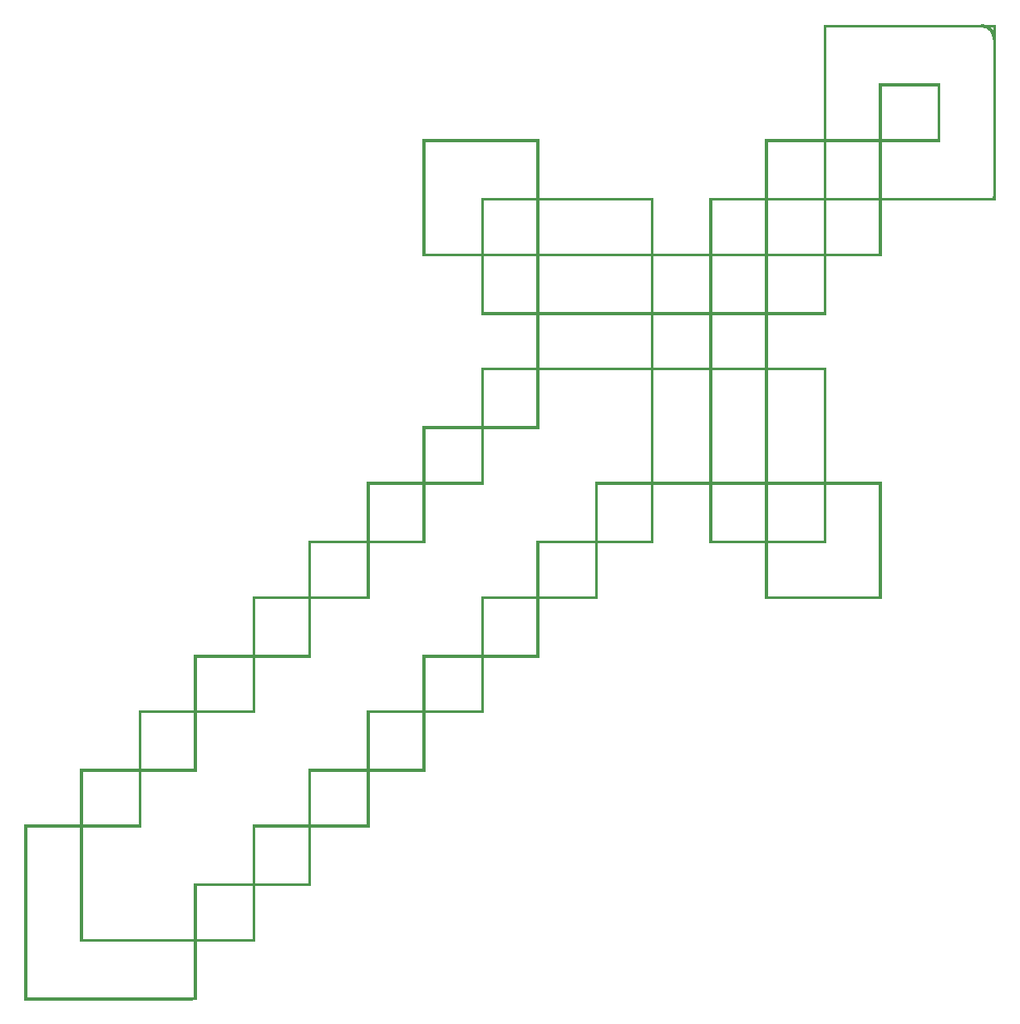
<source format=gbr>
%TF.GenerationSoftware,KiCad,Pcbnew,(6.0.1)*%
%TF.CreationDate,2022-06-11T11:37:24-05:00*%
%TF.ProjectId,Project Narsil Sword,50726f6a-6563-4742-904e-617273696c20,rev?*%
%TF.SameCoordinates,Original*%
%TF.FileFunction,Legend,Top*%
%TF.FilePolarity,Positive*%
%FSLAX46Y46*%
G04 Gerber Fmt 4.6, Leading zero omitted, Abs format (unit mm)*
G04 Created by KiCad (PCBNEW (6.0.1)) date 2022-06-11 11:37:24*
%MOMM*%
%LPD*%
G01*
G04 APERTURE LIST*
%ADD10C,0.300000*%
%ADD11C,0.010000*%
G04 APERTURE END LIST*
D10*
X185026389Y-47247395D02*
G75*
G03*
X183803588Y-45898417I-1324652J27952D01*
G01*
D11*
%TO.C,G\u002A\u002A\u002A*%
X86241733Y-127189033D02*
X91893233Y-127189033D01*
X91893233Y-127189033D02*
X91893233Y-121537533D01*
X91893233Y-121537533D02*
X97862233Y-121537533D01*
X97862233Y-121537533D02*
X97862233Y-115568533D01*
X97862233Y-115568533D02*
X103513733Y-115568533D01*
X103513733Y-115568533D02*
X103513733Y-109917033D01*
X103513733Y-109917033D02*
X109482733Y-109917033D01*
X109482733Y-109917033D02*
X109482733Y-103948033D01*
X109482733Y-103948033D02*
X115155400Y-103948033D01*
X115155400Y-103948033D02*
X115155400Y-98275366D01*
X115155400Y-98275366D02*
X121124400Y-98275366D01*
X121124400Y-98275366D02*
X121124400Y-92327533D01*
X121124400Y-92327533D02*
X126775900Y-92327533D01*
X126775900Y-92327533D02*
X126775900Y-86654866D01*
X126775900Y-86654866D02*
X132744900Y-86654866D01*
X132744900Y-86654866D02*
X132744900Y-80685866D01*
X132744900Y-80685866D02*
X138396400Y-80685866D01*
X138396400Y-80685866D02*
X138396400Y-75246033D01*
X138396400Y-75246033D02*
X132744900Y-75246033D01*
X132744900Y-75246033D02*
X132744900Y-69277033D01*
X132744900Y-69277033D02*
X126775900Y-69277033D01*
X126775900Y-69277033D02*
X126775900Y-57444866D01*
X126775900Y-57444866D02*
X138608066Y-57444866D01*
X138608066Y-57444866D02*
X138608066Y-63392624D01*
X138608066Y-63392624D02*
X138690989Y-63392700D01*
X138690989Y-63392700D02*
X138396400Y-63392700D01*
X138396400Y-63392700D02*
X138396400Y-57656533D01*
X138396400Y-57656533D02*
X126987566Y-57656533D01*
X126987566Y-57656533D02*
X126987566Y-69065366D01*
X126987566Y-69065366D02*
X132744900Y-69065366D01*
X132744900Y-69065366D02*
X132744900Y-63392700D01*
X132744900Y-63392700D02*
X138396400Y-63392700D01*
X138396400Y-63392700D02*
X138690989Y-63392700D01*
X138690989Y-63392700D02*
X144423608Y-63397954D01*
X144423608Y-63397954D02*
X150239150Y-63403283D01*
X150239150Y-63403283D02*
X150244518Y-66234325D01*
X150244518Y-66234325D02*
X150249887Y-69065366D01*
X150249887Y-69065366D02*
X150038066Y-69065366D01*
X150038066Y-69065366D02*
X150038066Y-63604366D01*
X150038066Y-63604366D02*
X138608066Y-63604366D01*
X138608066Y-63604366D02*
X138608066Y-69065366D01*
X138608066Y-69065366D02*
X138396400Y-69065366D01*
X138396400Y-69065366D02*
X138396400Y-63604366D01*
X138396400Y-63604366D02*
X132956566Y-63604366D01*
X132956566Y-63604366D02*
X132956566Y-69065366D01*
X132956566Y-69065366D02*
X138396400Y-69065366D01*
X138396400Y-69065366D02*
X138608066Y-69065366D01*
X138608066Y-69065366D02*
X150038066Y-69065366D01*
X150038066Y-69065366D02*
X150249887Y-69065366D01*
X150249887Y-69065366D02*
X156007066Y-69065366D01*
X156007066Y-69065366D02*
X156007066Y-63392700D01*
X156007066Y-63392700D02*
X161658566Y-63392700D01*
X161658566Y-63392700D02*
X161658566Y-57444866D01*
X161658566Y-57444866D02*
X167627566Y-57444866D01*
X167627566Y-57444866D02*
X167627566Y-45803200D01*
X167627566Y-45803200D02*
X185132400Y-45803200D01*
X185132400Y-45803200D02*
X185132400Y-46014866D01*
X185132400Y-46014866D02*
X184920733Y-46014866D01*
X184920733Y-46014866D02*
X167839233Y-46014866D01*
X167839233Y-46014866D02*
X167839233Y-57444866D01*
X167839233Y-57444866D02*
X173279066Y-57444866D01*
X173279066Y-57444866D02*
X173279066Y-51772200D01*
X173279066Y-51772200D02*
X179459733Y-51772200D01*
X179459733Y-51772200D02*
X179459733Y-57444866D01*
X179459733Y-57444866D02*
X179248066Y-57444866D01*
X179248066Y-57444866D02*
X179248066Y-51983866D01*
X179248066Y-51983866D02*
X173490733Y-51983866D01*
X173490733Y-51983866D02*
X173490733Y-57444866D01*
X173490733Y-57444866D02*
X179248066Y-57444866D01*
X179248066Y-57444866D02*
X179459733Y-57444866D01*
X179459733Y-57444866D02*
X179459733Y-57656533D01*
X179459733Y-57656533D02*
X173490733Y-57656533D01*
X173490733Y-57656533D02*
X173490733Y-63392700D01*
X173490733Y-63392700D02*
X173279066Y-63392700D01*
X173279066Y-63392700D02*
X173279066Y-57656533D01*
X173279066Y-57656533D02*
X167839233Y-57656533D01*
X167839233Y-57656533D02*
X167839233Y-63392700D01*
X167839233Y-63392700D02*
X167627566Y-63392700D01*
X167627566Y-63392700D02*
X167627566Y-57656533D01*
X167627566Y-57656533D02*
X161870233Y-57656533D01*
X161870233Y-57656533D02*
X161870233Y-63392700D01*
X161870233Y-63392700D02*
X167627566Y-63392700D01*
X167627566Y-63392700D02*
X167839233Y-63392700D01*
X167839233Y-63392700D02*
X173279066Y-63392700D01*
X173279066Y-63392700D02*
X173490733Y-63392700D01*
X173490733Y-63392700D02*
X184893098Y-63392700D01*
X184893098Y-63392700D02*
X184906820Y-63154575D01*
X184906820Y-63154575D02*
X184907790Y-63116676D01*
X184907790Y-63116676D02*
X184908743Y-63037917D01*
X184908743Y-63037917D02*
X184909677Y-62919768D01*
X184909677Y-62919768D02*
X184910588Y-62763701D01*
X184910588Y-62763701D02*
X184911476Y-62571189D01*
X184911476Y-62571189D02*
X184912337Y-62343704D01*
X184912337Y-62343704D02*
X184913169Y-62082718D01*
X184913169Y-62082718D02*
X184913969Y-61789702D01*
X184913969Y-61789702D02*
X184914736Y-61466129D01*
X184914736Y-61466129D02*
X184915468Y-61113471D01*
X184915468Y-61113471D02*
X184916160Y-60733200D01*
X184916160Y-60733200D02*
X184916813Y-60326787D01*
X184916813Y-60326787D02*
X184917422Y-59895705D01*
X184917422Y-59895705D02*
X184917986Y-59441425D01*
X184917986Y-59441425D02*
X184918502Y-58965421D01*
X184918502Y-58965421D02*
X184918968Y-58469163D01*
X184918968Y-58469163D02*
X184919382Y-57954123D01*
X184919382Y-57954123D02*
X184919741Y-57421775D01*
X184919741Y-57421775D02*
X184920043Y-56873589D01*
X184920043Y-56873589D02*
X184920286Y-56311038D01*
X184920286Y-56311038D02*
X184920467Y-55735594D01*
X184920467Y-55735594D02*
X184920585Y-55148728D01*
X184920585Y-55148728D02*
X184920635Y-54551913D01*
X184920635Y-54551913D02*
X184920637Y-54465658D01*
X184920637Y-54465658D02*
X184920733Y-46014866D01*
X184920733Y-46014866D02*
X185132400Y-46014866D01*
X185132400Y-46014866D02*
X185132400Y-54287629D01*
X185132400Y-54287629D02*
X185132365Y-54888782D01*
X185132365Y-54888782D02*
X185132262Y-55481014D01*
X185132262Y-55481014D02*
X185132094Y-56062814D01*
X185132094Y-56062814D02*
X185131863Y-56632675D01*
X185131863Y-56632675D02*
X185131570Y-57189086D01*
X185131570Y-57189086D02*
X185131219Y-57730538D01*
X185131219Y-57730538D02*
X185130812Y-58255521D01*
X185130812Y-58255521D02*
X185130352Y-58762527D01*
X185130352Y-58762527D02*
X185129840Y-59250045D01*
X185129840Y-59250045D02*
X185129278Y-59716566D01*
X185129278Y-59716566D02*
X185128671Y-60160580D01*
X185128671Y-60160580D02*
X185128018Y-60580579D01*
X185128018Y-60580579D02*
X185127324Y-60975053D01*
X185127324Y-60975053D02*
X185126591Y-61342491D01*
X185126591Y-61342491D02*
X185125820Y-61681386D01*
X185125820Y-61681386D02*
X185125014Y-61990227D01*
X185125014Y-61990227D02*
X185124176Y-62267505D01*
X185124176Y-62267505D02*
X185123307Y-62511710D01*
X185123307Y-62511710D02*
X185122411Y-62721333D01*
X185122411Y-62721333D02*
X185121490Y-62894865D01*
X185121490Y-62894865D02*
X185120545Y-63030795D01*
X185120545Y-63030795D02*
X185119580Y-63127615D01*
X185119580Y-63127615D02*
X185118597Y-63183816D01*
X185118597Y-63183816D02*
X185118462Y-63188213D01*
X185118462Y-63188213D02*
X185104525Y-63604366D01*
X185104525Y-63604366D02*
X173490733Y-63604366D01*
X173490733Y-63604366D02*
X173490733Y-69065366D01*
X173490733Y-69065366D02*
X173279066Y-69065366D01*
X173279066Y-69065366D02*
X173279066Y-63604366D01*
X173279066Y-63604366D02*
X167839233Y-63604366D01*
X167839233Y-63604366D02*
X167839233Y-69065366D01*
X167839233Y-69065366D02*
X167627566Y-69065366D01*
X167627566Y-69065366D02*
X167627566Y-63604366D01*
X167627566Y-63604366D02*
X161870233Y-63604366D01*
X161870233Y-63604366D02*
X161870233Y-69065366D01*
X161870233Y-69065366D02*
X161658566Y-69065366D01*
X161658566Y-69065366D02*
X161658566Y-63604366D01*
X161658566Y-63604366D02*
X156218733Y-63604366D01*
X156218733Y-63604366D02*
X156218733Y-69065366D01*
X156218733Y-69065366D02*
X161658566Y-69065366D01*
X161658566Y-69065366D02*
X161870233Y-69065366D01*
X161870233Y-69065366D02*
X167627566Y-69065366D01*
X167627566Y-69065366D02*
X167839233Y-69065366D01*
X167839233Y-69065366D02*
X173279066Y-69065366D01*
X173279066Y-69065366D02*
X173490733Y-69065366D01*
X173490733Y-69065366D02*
X173490733Y-69277033D01*
X173490733Y-69277033D02*
X167839233Y-69277033D01*
X167839233Y-69277033D02*
X167839233Y-75034366D01*
X167839233Y-75034366D02*
X167627566Y-75034366D01*
X167627566Y-75034366D02*
X167627566Y-69277033D01*
X167627566Y-69277033D02*
X161870233Y-69277033D01*
X161870233Y-69277033D02*
X161870233Y-75034366D01*
X161870233Y-75034366D02*
X161658566Y-75034366D01*
X161658566Y-75034366D02*
X161658566Y-69277033D01*
X161658566Y-69277033D02*
X156218733Y-69277033D01*
X156218733Y-69277033D02*
X156218733Y-75034366D01*
X156218733Y-75034366D02*
X156007066Y-75034366D01*
X156007066Y-75034366D02*
X156007066Y-69277033D01*
X156007066Y-69277033D02*
X150249733Y-69277033D01*
X150249733Y-69277033D02*
X150249733Y-75034366D01*
X150249733Y-75034366D02*
X150038066Y-75034366D01*
X150038066Y-75034366D02*
X150038066Y-69277033D01*
X150038066Y-69277033D02*
X138608066Y-69277033D01*
X138608066Y-69277033D02*
X138608066Y-75034366D01*
X138608066Y-75034366D02*
X138396400Y-75034366D01*
X138396400Y-75034366D02*
X138396400Y-69277033D01*
X138396400Y-69277033D02*
X132956566Y-69277033D01*
X132956566Y-69277033D02*
X132956566Y-75034366D01*
X132956566Y-75034366D02*
X138396400Y-75034366D01*
X138396400Y-75034366D02*
X138608066Y-75034366D01*
X138608066Y-75034366D02*
X150038066Y-75034366D01*
X150038066Y-75034366D02*
X150249733Y-75034366D01*
X150249733Y-75034366D02*
X156007066Y-75034366D01*
X156007066Y-75034366D02*
X156218733Y-75034366D01*
X156218733Y-75034366D02*
X161658566Y-75034366D01*
X161658566Y-75034366D02*
X161870233Y-75034366D01*
X161870233Y-75034366D02*
X167627566Y-75034366D01*
X167627566Y-75034366D02*
X167839233Y-75034366D01*
X167839233Y-75034366D02*
X167839233Y-75246033D01*
X167839233Y-75246033D02*
X161870233Y-75246033D01*
X161870233Y-75246033D02*
X161870233Y-80685866D01*
X161870233Y-80685866D02*
X161658566Y-80685866D01*
X161658566Y-80685866D02*
X161658566Y-75246033D01*
X161658566Y-75246033D02*
X156218733Y-75246033D01*
X156218733Y-75246033D02*
X156218733Y-80685866D01*
X156218733Y-80685866D02*
X156007066Y-80685866D01*
X156007066Y-80685866D02*
X156007066Y-75246033D01*
X156007066Y-75246033D02*
X150249733Y-75246033D01*
X150249733Y-75246033D02*
X150249733Y-80685866D01*
X150249733Y-80685866D02*
X150038066Y-80685866D01*
X150038066Y-80685866D02*
X150038066Y-75246033D01*
X150038066Y-75246033D02*
X138608066Y-75246033D01*
X138608066Y-75246033D02*
X138608066Y-80685866D01*
X138608066Y-80685866D02*
X150038066Y-80685866D01*
X150038066Y-80685866D02*
X150249733Y-80685866D01*
X150249733Y-80685866D02*
X156007066Y-80685866D01*
X156007066Y-80685866D02*
X156218733Y-80685866D01*
X156218733Y-80685866D02*
X161658566Y-80685866D01*
X161658566Y-80685866D02*
X161870233Y-80685866D01*
X161870233Y-80685866D02*
X167839233Y-80685866D01*
X167839233Y-80685866D02*
X167839233Y-92327533D01*
X167839233Y-92327533D02*
X167627566Y-92327533D01*
X167627566Y-92327533D02*
X167627566Y-80897533D01*
X167627566Y-80897533D02*
X161870233Y-80897533D01*
X161870233Y-80897533D02*
X161870233Y-92327533D01*
X161870233Y-92327533D02*
X161658566Y-92327533D01*
X161658566Y-92327533D02*
X161658566Y-80897533D01*
X161658566Y-80897533D02*
X156218733Y-80897533D01*
X156218733Y-80897533D02*
X156218733Y-92327533D01*
X156218733Y-92327533D02*
X156007066Y-92327533D01*
X156007066Y-92327533D02*
X156007066Y-80897533D01*
X156007066Y-80897533D02*
X150249733Y-80897533D01*
X150249733Y-80897533D02*
X150249733Y-92327533D01*
X150249733Y-92327533D02*
X150038066Y-92327533D01*
X150038066Y-92327533D02*
X150038066Y-80897533D01*
X150038066Y-80897533D02*
X138608066Y-80897533D01*
X138608066Y-80897533D02*
X138608066Y-86654866D01*
X138608066Y-86654866D02*
X138396400Y-86654866D01*
X138396400Y-86654866D02*
X138396400Y-80897533D01*
X138396400Y-80897533D02*
X132956566Y-80897533D01*
X132956566Y-80897533D02*
X132956566Y-86654866D01*
X132956566Y-86654866D02*
X138396400Y-86654866D01*
X138396400Y-86654866D02*
X138608066Y-86654866D01*
X138608066Y-86654866D02*
X138608066Y-86866533D01*
X138608066Y-86866533D02*
X132956566Y-86866533D01*
X132956566Y-86866533D02*
X132956566Y-92327533D01*
X132956566Y-92327533D02*
X132744900Y-92327533D01*
X132744900Y-92327533D02*
X132744900Y-86866533D01*
X132744900Y-86866533D02*
X126987566Y-86866533D01*
X126987566Y-86866533D02*
X126987566Y-92327533D01*
X126987566Y-92327533D02*
X132744900Y-92327533D01*
X132744900Y-92327533D02*
X132956566Y-92327533D01*
X132956566Y-92327533D02*
X132956566Y-92539200D01*
X132956566Y-92539200D02*
X126987566Y-92539200D01*
X126987566Y-92539200D02*
X126987566Y-98275366D01*
X126987566Y-98275366D02*
X126775900Y-98275366D01*
X126775900Y-98275366D02*
X126775900Y-92539200D01*
X126775900Y-92539200D02*
X121336066Y-92539200D01*
X121336066Y-92539200D02*
X121336066Y-98275366D01*
X121336066Y-98275366D02*
X126775900Y-98275366D01*
X126775900Y-98275366D02*
X126987566Y-98275366D01*
X126987566Y-98275366D02*
X126987566Y-98487033D01*
X126987566Y-98487033D02*
X121336066Y-98487033D01*
X121336066Y-98487033D02*
X121336066Y-103948033D01*
X121336066Y-103948033D02*
X121124400Y-103948033D01*
X121124400Y-103948033D02*
X121124400Y-98487033D01*
X121124400Y-98487033D02*
X115367066Y-98487033D01*
X115367066Y-98487033D02*
X115367066Y-103948033D01*
X115367066Y-103948033D02*
X121124400Y-103948033D01*
X121124400Y-103948033D02*
X121336066Y-103948033D01*
X121336066Y-103948033D02*
X121336066Y-104159700D01*
X121336066Y-104159700D02*
X115367066Y-104159700D01*
X115367066Y-104159700D02*
X115367066Y-109917033D01*
X115367066Y-109917033D02*
X115155400Y-109917033D01*
X115155400Y-109917033D02*
X115155400Y-104159700D01*
X115155400Y-104159700D02*
X109694400Y-104159700D01*
X109694400Y-104159700D02*
X109694400Y-109917033D01*
X109694400Y-109917033D02*
X115155400Y-109917033D01*
X115155400Y-109917033D02*
X115367066Y-109917033D01*
X115367066Y-109917033D02*
X115367066Y-110128700D01*
X115367066Y-110128700D02*
X109694400Y-110128700D01*
X109694400Y-110128700D02*
X109694400Y-115568533D01*
X109694400Y-115568533D02*
X109482733Y-115568533D01*
X109482733Y-115568533D02*
X109482733Y-110128700D01*
X109482733Y-110128700D02*
X103725400Y-110128700D01*
X103725400Y-110128700D02*
X103725400Y-115568533D01*
X103725400Y-115568533D02*
X109482733Y-115568533D01*
X109482733Y-115568533D02*
X109694400Y-115568533D01*
X109694400Y-115568533D02*
X109694400Y-115780200D01*
X109694400Y-115780200D02*
X103725400Y-115780200D01*
X103725400Y-115780200D02*
X103725400Y-121537533D01*
X103725400Y-121537533D02*
X103513733Y-121537533D01*
X103513733Y-121537533D02*
X103513733Y-115780200D01*
X103513733Y-115780200D02*
X98073900Y-115780200D01*
X98073900Y-115780200D02*
X98073900Y-121537533D01*
X98073900Y-121537533D02*
X103513733Y-121537533D01*
X103513733Y-121537533D02*
X103725400Y-121537533D01*
X103725400Y-121537533D02*
X103725400Y-121749200D01*
X103725400Y-121749200D02*
X98073900Y-121749200D01*
X98073900Y-121749200D02*
X98073900Y-127189033D01*
X98073900Y-127189033D02*
X97862233Y-127189033D01*
X97862233Y-127189033D02*
X97862233Y-121749200D01*
X97862233Y-121749200D02*
X92104900Y-121749200D01*
X92104900Y-121749200D02*
X92104900Y-127189033D01*
X92104900Y-127189033D02*
X97862233Y-127189033D01*
X97862233Y-127189033D02*
X98073900Y-127189033D01*
X98073900Y-127189033D02*
X98073900Y-127400700D01*
X98073900Y-127400700D02*
X92104900Y-127400700D01*
X92104900Y-127400700D02*
X92104900Y-138830700D01*
X92104900Y-138830700D02*
X103513733Y-138830700D01*
X103513733Y-138830700D02*
X103513733Y-133179200D01*
X103513733Y-133179200D02*
X109482587Y-133179200D01*
X109482587Y-133179200D02*
X109487952Y-130189408D01*
X109487952Y-130189408D02*
X109493316Y-127199616D01*
X109493316Y-127199616D02*
X112324358Y-127194248D01*
X112324358Y-127194248D02*
X115155400Y-127188879D01*
X115155400Y-127188879D02*
X115155400Y-121537533D01*
X115155400Y-121537533D02*
X121124400Y-121537533D01*
X121124400Y-121537533D02*
X121124400Y-115568533D01*
X121124400Y-115568533D02*
X126775900Y-115568533D01*
X126775900Y-115568533D02*
X126775900Y-109917033D01*
X126775900Y-109917033D02*
X132744900Y-109917033D01*
X132744900Y-109917033D02*
X132744900Y-103948033D01*
X132744900Y-103948033D02*
X138396400Y-103948033D01*
X138396400Y-103948033D02*
X138396400Y-98275366D01*
X138396400Y-98275366D02*
X144365400Y-98275366D01*
X144365400Y-98275366D02*
X144365400Y-92327533D01*
X144365400Y-92327533D02*
X150038066Y-92327533D01*
X150038066Y-92327533D02*
X150249733Y-92327533D01*
X150249733Y-92327533D02*
X156007066Y-92327533D01*
X156007066Y-92327533D02*
X156218733Y-92327533D01*
X156218733Y-92327533D02*
X161658566Y-92327533D01*
X161658566Y-92327533D02*
X161870233Y-92327533D01*
X161870233Y-92327533D02*
X167627566Y-92327533D01*
X167627566Y-92327533D02*
X167839233Y-92327533D01*
X167839233Y-92327533D02*
X173490733Y-92327533D01*
X173490733Y-92327533D02*
X173490733Y-103948033D01*
X173490733Y-103948033D02*
X173279066Y-103948033D01*
X173279066Y-103948033D02*
X173279066Y-92539200D01*
X173279066Y-92539200D02*
X167839233Y-92539200D01*
X167839233Y-92539200D02*
X167839233Y-98275366D01*
X167839233Y-98275366D02*
X167627566Y-98275366D01*
X167627566Y-98275366D02*
X167627566Y-92539200D01*
X167627566Y-92539200D02*
X161870233Y-92539200D01*
X161870233Y-92539200D02*
X161870233Y-98275366D01*
X161870233Y-98275366D02*
X161658566Y-98275366D01*
X161658566Y-98275366D02*
X161658566Y-92539200D01*
X161658566Y-92539200D02*
X156218733Y-92539200D01*
X156218733Y-92539200D02*
X156218733Y-98275366D01*
X156218733Y-98275366D02*
X161658566Y-98275366D01*
X161658566Y-98275366D02*
X161870233Y-98275366D01*
X161870233Y-98275366D02*
X167627566Y-98275366D01*
X167627566Y-98275366D02*
X167839233Y-98275366D01*
X167839233Y-98275366D02*
X167839233Y-98487033D01*
X167839233Y-98487033D02*
X161870233Y-98487033D01*
X161870233Y-98487033D02*
X161870233Y-103948033D01*
X161870233Y-103948033D02*
X173279066Y-103948033D01*
X173279066Y-103948033D02*
X173490733Y-103948033D01*
X173490733Y-103948033D02*
X173490733Y-104159700D01*
X173490733Y-104159700D02*
X161658566Y-104159700D01*
X161658566Y-104159700D02*
X161658566Y-98487033D01*
X161658566Y-98487033D02*
X156007066Y-98487033D01*
X156007066Y-98487033D02*
X156007066Y-92539200D01*
X156007066Y-92539200D02*
X150249733Y-92539200D01*
X150249733Y-92539200D02*
X150249733Y-98275366D01*
X150249733Y-98275366D02*
X150038066Y-98275366D01*
X150038066Y-98275366D02*
X150038066Y-92539200D01*
X150038066Y-92539200D02*
X144577066Y-92539200D01*
X144577066Y-92539200D02*
X144577066Y-98275366D01*
X144577066Y-98275366D02*
X150038066Y-98275366D01*
X150038066Y-98275366D02*
X150249733Y-98275366D01*
X150249733Y-98275366D02*
X150249733Y-98487033D01*
X150249733Y-98487033D02*
X144577066Y-98487033D01*
X144577066Y-98487033D02*
X144577066Y-103948033D01*
X144577066Y-103948033D02*
X144365400Y-103948033D01*
X144365400Y-103948033D02*
X144365400Y-98487033D01*
X144365400Y-98487033D02*
X138608066Y-98487033D01*
X138608066Y-98487033D02*
X138608066Y-103948033D01*
X138608066Y-103948033D02*
X144365400Y-103948033D01*
X144365400Y-103948033D02*
X144577066Y-103948033D01*
X144577066Y-103948033D02*
X144577066Y-104159700D01*
X144577066Y-104159700D02*
X138608066Y-104159700D01*
X138608066Y-104159700D02*
X138608066Y-109917033D01*
X138608066Y-109917033D02*
X138396400Y-109917033D01*
X138396400Y-109917033D02*
X138396400Y-104159700D01*
X138396400Y-104159700D02*
X132956566Y-104159700D01*
X132956566Y-104159700D02*
X132956566Y-109917033D01*
X132956566Y-109917033D02*
X138396400Y-109917033D01*
X138396400Y-109917033D02*
X138608066Y-109917033D01*
X138608066Y-109917033D02*
X138608066Y-110128700D01*
X138608066Y-110128700D02*
X132956566Y-110128700D01*
X132956566Y-110128700D02*
X132956566Y-115568533D01*
X132956566Y-115568533D02*
X132744900Y-115568533D01*
X132744900Y-115568533D02*
X132744900Y-110128700D01*
X132744900Y-110128700D02*
X126987566Y-110128700D01*
X126987566Y-110128700D02*
X126987566Y-115568533D01*
X126987566Y-115568533D02*
X132744900Y-115568533D01*
X132744900Y-115568533D02*
X132956566Y-115568533D01*
X132956566Y-115568533D02*
X132956566Y-115780200D01*
X132956566Y-115780200D02*
X126987566Y-115780200D01*
X126987566Y-115780200D02*
X126987566Y-121537533D01*
X126987566Y-121537533D02*
X126775900Y-121537533D01*
X126775900Y-121537533D02*
X126775900Y-115780200D01*
X126775900Y-115780200D02*
X121336066Y-115780200D01*
X121336066Y-115780200D02*
X121336066Y-121537533D01*
X121336066Y-121537533D02*
X126775900Y-121537533D01*
X126775900Y-121537533D02*
X126987566Y-121537533D01*
X126987566Y-121537533D02*
X126987566Y-121749200D01*
X126987566Y-121749200D02*
X121336066Y-121749200D01*
X121336066Y-121749200D02*
X121336066Y-127189033D01*
X121336066Y-127189033D02*
X121124400Y-127189033D01*
X121124400Y-127189033D02*
X121124400Y-121749200D01*
X121124400Y-121749200D02*
X115367066Y-121749200D01*
X115367066Y-121749200D02*
X115367066Y-127189033D01*
X115367066Y-127189033D02*
X121124400Y-127189033D01*
X121124400Y-127189033D02*
X121336066Y-127189033D01*
X121336066Y-127189033D02*
X121336066Y-127400700D01*
X121336066Y-127400700D02*
X115367066Y-127400700D01*
X115367066Y-127400700D02*
X115367066Y-133179200D01*
X115367066Y-133179200D02*
X115155400Y-133179200D01*
X115155400Y-133179200D02*
X115155400Y-127400700D01*
X115155400Y-127400700D02*
X109694400Y-127400700D01*
X109694400Y-127400700D02*
X109694400Y-133179200D01*
X109694400Y-133179200D02*
X115155400Y-133179200D01*
X115155400Y-133179200D02*
X115367066Y-133179200D01*
X115367066Y-133179200D02*
X115367066Y-133390866D01*
X115367066Y-133390866D02*
X109694400Y-133390866D01*
X109694400Y-133390866D02*
X109694400Y-138830700D01*
X109694400Y-138830700D02*
X109482733Y-138830700D01*
X109482733Y-138830700D02*
X109482733Y-133390866D01*
X109482733Y-133390866D02*
X103725400Y-133390866D01*
X103725400Y-133390866D02*
X103725400Y-138830700D01*
X103725400Y-138830700D02*
X109482733Y-138830700D01*
X109482733Y-138830700D02*
X109694400Y-138830700D01*
X109694400Y-138830700D02*
X109694400Y-139042366D01*
X109694400Y-139042366D02*
X103725400Y-139042366D01*
X103725400Y-139042366D02*
X103725400Y-144799700D01*
X103725400Y-144799700D02*
X103513733Y-144799700D01*
X103513733Y-144799700D02*
X103513733Y-139042366D01*
X103513733Y-139042366D02*
X91893233Y-139042366D01*
X91893233Y-139042366D02*
X91893233Y-127400700D01*
X91893233Y-127400700D02*
X86453400Y-127400700D01*
X86453400Y-127400700D02*
X86453400Y-144799700D01*
X86453400Y-144799700D02*
X103513733Y-144799700D01*
X103513733Y-144799700D02*
X103725400Y-144799700D01*
X103725400Y-144799700D02*
X103725400Y-144984446D01*
X103725400Y-144984446D02*
X103627196Y-144997906D01*
X103627196Y-144997906D02*
X103599356Y-144998846D01*
X103599356Y-144998846D02*
X103530607Y-144999768D01*
X103530607Y-144999768D02*
X103422372Y-145000671D01*
X103422372Y-145000671D02*
X103276075Y-145001554D01*
X103276075Y-145001554D02*
X103093139Y-145002412D01*
X103093139Y-145002412D02*
X102874987Y-145003246D01*
X102874987Y-145003246D02*
X102623045Y-145004051D01*
X102623045Y-145004051D02*
X102338734Y-145004826D01*
X102338734Y-145004826D02*
X102023479Y-145005569D01*
X102023479Y-145005569D02*
X101678704Y-145006278D01*
X101678704Y-145006278D02*
X101305832Y-145006950D01*
X101305832Y-145006950D02*
X100906287Y-145007583D01*
X100906287Y-145007583D02*
X100481492Y-145008175D01*
X100481492Y-145008175D02*
X100032871Y-145008724D01*
X100032871Y-145008724D02*
X99561848Y-145009227D01*
X99561848Y-145009227D02*
X99069847Y-145009684D01*
X99069847Y-145009684D02*
X98558290Y-145010090D01*
X98558290Y-145010090D02*
X98028602Y-145010444D01*
X98028602Y-145010444D02*
X97482207Y-145010744D01*
X97482207Y-145010744D02*
X96920527Y-145010988D01*
X96920527Y-145010988D02*
X96344987Y-145011174D01*
X96344987Y-145011174D02*
X95757011Y-145011298D01*
X95757011Y-145011298D02*
X95158021Y-145011360D01*
X95158021Y-145011360D02*
X94885362Y-145011366D01*
X94885362Y-145011366D02*
X86241733Y-145011366D01*
X86241733Y-145011366D02*
X86241733Y-127189033D01*
X86241733Y-127189033D02*
X86241733Y-127189033D01*
G36*
X167839233Y-69277033D02*
G01*
X167839233Y-75246033D01*
X161870233Y-75246033D01*
X161870233Y-80685866D01*
X167839233Y-80685866D01*
X167839233Y-92327533D01*
X173490733Y-92327533D01*
X173490733Y-104159700D01*
X161658566Y-104159700D01*
X161658566Y-103948033D01*
X161870233Y-103948033D01*
X173279066Y-103948033D01*
X173279066Y-92539200D01*
X167839233Y-92539200D01*
X167839233Y-98487033D01*
X161870233Y-98487033D01*
X161870233Y-103948033D01*
X161658566Y-103948033D01*
X161658566Y-98487033D01*
X156007066Y-98487033D01*
X156007066Y-98275366D01*
X156218733Y-98275366D01*
X167627566Y-98275366D01*
X167627566Y-92539200D01*
X161870233Y-92539200D01*
X161870233Y-98275366D01*
X161658566Y-98275366D01*
X161658566Y-92539200D01*
X156218733Y-92539200D01*
X156218733Y-98275366D01*
X156007066Y-98275366D01*
X156007066Y-92539200D01*
X150249733Y-92539200D01*
X150249733Y-98487033D01*
X144577066Y-98487033D01*
X144577066Y-104159700D01*
X138608066Y-104159700D01*
X138608066Y-110128700D01*
X132956566Y-110128700D01*
X132956566Y-115780200D01*
X126987566Y-115780200D01*
X126987566Y-121749200D01*
X121336066Y-121749200D01*
X121336066Y-127400700D01*
X115367066Y-127400700D01*
X115367066Y-133390866D01*
X109694400Y-133390866D01*
X109694400Y-139042366D01*
X103725400Y-139042366D01*
X103725400Y-144984446D01*
X103627196Y-144997906D01*
X103599356Y-144998846D01*
X103530607Y-144999768D01*
X103422372Y-145000671D01*
X103276075Y-145001554D01*
X103093139Y-145002412D01*
X102874987Y-145003246D01*
X102623045Y-145004051D01*
X102338734Y-145004826D01*
X102023479Y-145005569D01*
X101678704Y-145006278D01*
X101305832Y-145006950D01*
X100906287Y-145007583D01*
X100481492Y-145008175D01*
X100032871Y-145008724D01*
X99561848Y-145009227D01*
X99069847Y-145009684D01*
X98558290Y-145010090D01*
X98028602Y-145010444D01*
X97482207Y-145010744D01*
X96920527Y-145010988D01*
X96344987Y-145011174D01*
X95757011Y-145011298D01*
X95158021Y-145011360D01*
X94885362Y-145011366D01*
X86241733Y-145011366D01*
X86241733Y-144799700D01*
X86453400Y-144799700D01*
X103513733Y-144799700D01*
X103513733Y-139042366D01*
X91893233Y-139042366D01*
X91893233Y-138830700D01*
X92104900Y-138830700D01*
X103513733Y-138830700D01*
X103725400Y-138830700D01*
X109482733Y-138830700D01*
X109482733Y-133390866D01*
X103725400Y-133390866D01*
X103725400Y-138830700D01*
X103513733Y-138830700D01*
X103513733Y-133179200D01*
X109482587Y-133179200D01*
X109694400Y-133179200D01*
X115155400Y-133179200D01*
X115155400Y-127400700D01*
X109694400Y-127400700D01*
X109694400Y-133179200D01*
X109482587Y-133179200D01*
X109487952Y-130189408D01*
X109493316Y-127199616D01*
X112324358Y-127194248D01*
X115074197Y-127189033D01*
X115367066Y-127189033D01*
X121124400Y-127189033D01*
X121124400Y-121749200D01*
X115367066Y-121749200D01*
X115367066Y-127189033D01*
X115074197Y-127189033D01*
X115155400Y-127188879D01*
X115155400Y-121537533D01*
X121124400Y-121537533D01*
X121336066Y-121537533D01*
X126775900Y-121537533D01*
X126775900Y-115780200D01*
X121336066Y-115780200D01*
X121336066Y-121537533D01*
X121124400Y-121537533D01*
X121124400Y-115568533D01*
X126775900Y-115568533D01*
X126987566Y-115568533D01*
X132744900Y-115568533D01*
X132744900Y-110128700D01*
X126987566Y-110128700D01*
X126987566Y-115568533D01*
X126775900Y-115568533D01*
X126775900Y-109917033D01*
X132744900Y-109917033D01*
X132956566Y-109917033D01*
X138396400Y-109917033D01*
X138396400Y-104159700D01*
X132956566Y-104159700D01*
X132956566Y-109917033D01*
X132744900Y-109917033D01*
X132744900Y-103948033D01*
X138396400Y-103948033D01*
X138608066Y-103948033D01*
X144365400Y-103948033D01*
X144365400Y-98487033D01*
X138608066Y-98487033D01*
X138608066Y-103948033D01*
X138396400Y-103948033D01*
X138396400Y-98275366D01*
X144365400Y-98275366D01*
X144577066Y-98275366D01*
X150038066Y-98275366D01*
X150038066Y-92539200D01*
X144577066Y-92539200D01*
X144577066Y-98275366D01*
X144365400Y-98275366D01*
X144365400Y-92327533D01*
X167627566Y-92327533D01*
X167627566Y-80897533D01*
X161870233Y-80897533D01*
X161870233Y-92327533D01*
X161658566Y-92327533D01*
X161658566Y-80897533D01*
X156218733Y-80897533D01*
X156218733Y-92327533D01*
X156007066Y-92327533D01*
X156007066Y-80897533D01*
X150249733Y-80897533D01*
X150249733Y-92327533D01*
X150038066Y-92327533D01*
X150038066Y-80897533D01*
X138608066Y-80897533D01*
X138608066Y-86866533D01*
X132956566Y-86866533D01*
X132956566Y-92539200D01*
X126987566Y-92539200D01*
X126987566Y-98487033D01*
X121336066Y-98487033D01*
X121336066Y-104159700D01*
X115367066Y-104159700D01*
X115367066Y-110128700D01*
X109694400Y-110128700D01*
X109694400Y-115780200D01*
X103725400Y-115780200D01*
X103725400Y-121749200D01*
X98073900Y-121749200D01*
X98073900Y-127400700D01*
X92104900Y-127400700D01*
X92104900Y-138830700D01*
X91893233Y-138830700D01*
X91893233Y-127400700D01*
X86453400Y-127400700D01*
X86453400Y-144799700D01*
X86241733Y-144799700D01*
X86241733Y-127189033D01*
X91893233Y-127189033D01*
X92104900Y-127189033D01*
X97862233Y-127189033D01*
X97862233Y-121749200D01*
X92104900Y-121749200D01*
X92104900Y-127189033D01*
X91893233Y-127189033D01*
X91893233Y-121537533D01*
X97862233Y-121537533D01*
X98073900Y-121537533D01*
X103513733Y-121537533D01*
X103513733Y-115780200D01*
X98073900Y-115780200D01*
X98073900Y-121537533D01*
X97862233Y-121537533D01*
X97862233Y-115568533D01*
X103513733Y-115568533D01*
X103725400Y-115568533D01*
X109482733Y-115568533D01*
X109482733Y-110128700D01*
X103725400Y-110128700D01*
X103725400Y-115568533D01*
X103513733Y-115568533D01*
X103513733Y-109917033D01*
X109482733Y-109917033D01*
X109694400Y-109917033D01*
X115155400Y-109917033D01*
X115155400Y-104159700D01*
X109694400Y-104159700D01*
X109694400Y-109917033D01*
X109482733Y-109917033D01*
X109482733Y-103948033D01*
X115155400Y-103948033D01*
X115367066Y-103948033D01*
X121124400Y-103948033D01*
X121124400Y-98487033D01*
X115367066Y-98487033D01*
X115367066Y-103948033D01*
X115155400Y-103948033D01*
X115155400Y-98275366D01*
X121124400Y-98275366D01*
X121336066Y-98275366D01*
X126775900Y-98275366D01*
X126775900Y-92539200D01*
X121336066Y-92539200D01*
X121336066Y-98275366D01*
X121124400Y-98275366D01*
X121124400Y-92327533D01*
X126775900Y-92327533D01*
X126987566Y-92327533D01*
X132744900Y-92327533D01*
X132744900Y-86866533D01*
X126987566Y-86866533D01*
X126987566Y-92327533D01*
X126775900Y-92327533D01*
X126775900Y-86654866D01*
X132744900Y-86654866D01*
X132956566Y-86654866D01*
X138396400Y-86654866D01*
X138396400Y-80897533D01*
X132956566Y-80897533D01*
X132956566Y-86654866D01*
X132744900Y-86654866D01*
X132744900Y-80685866D01*
X138396400Y-80685866D01*
X138608066Y-80685866D01*
X150038066Y-80685866D01*
X150249733Y-80685866D01*
X156007066Y-80685866D01*
X156218733Y-80685866D01*
X161658566Y-80685866D01*
X161658566Y-75246033D01*
X156218733Y-75246033D01*
X156218733Y-80685866D01*
X156007066Y-80685866D01*
X156007066Y-75246033D01*
X150249733Y-75246033D01*
X150249733Y-80685866D01*
X150038066Y-80685866D01*
X150038066Y-75246033D01*
X138608066Y-75246033D01*
X138608066Y-80685866D01*
X138396400Y-80685866D01*
X138396400Y-75246033D01*
X132744900Y-75246033D01*
X132744900Y-75034366D01*
X132956566Y-75034366D01*
X138396400Y-75034366D01*
X138608066Y-75034366D01*
X150038066Y-75034366D01*
X150249733Y-75034366D01*
X156007066Y-75034366D01*
X156218733Y-75034366D01*
X161658566Y-75034366D01*
X161870233Y-75034366D01*
X167627566Y-75034366D01*
X167627566Y-69277033D01*
X161870233Y-69277033D01*
X161870233Y-75034366D01*
X161658566Y-75034366D01*
X161658566Y-69277033D01*
X156218733Y-69277033D01*
X156218733Y-75034366D01*
X156007066Y-75034366D01*
X156007066Y-69277033D01*
X150249733Y-69277033D01*
X150249733Y-75034366D01*
X150038066Y-75034366D01*
X150038066Y-69277033D01*
X138608066Y-69277033D01*
X138608066Y-75034366D01*
X138396400Y-75034366D01*
X138396400Y-69277033D01*
X132956566Y-69277033D01*
X132956566Y-75034366D01*
X132744900Y-75034366D01*
X132744900Y-69277033D01*
X126775900Y-69277033D01*
X126775900Y-69065366D01*
X126987566Y-69065366D01*
X132744900Y-69065366D01*
X132956566Y-69065366D01*
X138396400Y-69065366D01*
X138608066Y-69065366D01*
X150038066Y-69065366D01*
X150038066Y-63604366D01*
X138608066Y-63604366D01*
X138608066Y-69065366D01*
X138396400Y-69065366D01*
X138396400Y-63604366D01*
X132956566Y-63604366D01*
X132956566Y-69065366D01*
X132744900Y-69065366D01*
X132744900Y-63392700D01*
X138396400Y-63392700D01*
X138396400Y-57656533D01*
X126987566Y-57656533D01*
X126987566Y-69065366D01*
X126775900Y-69065366D01*
X126775900Y-57444866D01*
X138608066Y-57444866D01*
X138608066Y-63392624D01*
X138690989Y-63392700D01*
X144423608Y-63397954D01*
X150239150Y-63403283D01*
X150244518Y-66234325D01*
X150249887Y-69065366D01*
X156007066Y-69065366D01*
X156218733Y-69065366D01*
X167627566Y-69065366D01*
X167839233Y-69065366D01*
X173279066Y-69065366D01*
X173279066Y-63604366D01*
X167839233Y-63604366D01*
X167839233Y-69065366D01*
X167627566Y-69065366D01*
X167627566Y-63604366D01*
X161870233Y-63604366D01*
X161870233Y-69065366D01*
X161658566Y-69065366D01*
X161658566Y-63604366D01*
X156218733Y-63604366D01*
X156218733Y-69065366D01*
X156007066Y-69065366D01*
X156007066Y-63392700D01*
X161658566Y-63392700D01*
X161870233Y-63392700D01*
X167627566Y-63392700D01*
X167839233Y-63392700D01*
X173279066Y-63392700D01*
X173279066Y-57656533D01*
X167839233Y-57656533D01*
X167839233Y-63392700D01*
X167627566Y-63392700D01*
X167627566Y-57656533D01*
X161870233Y-57656533D01*
X161870233Y-63392700D01*
X161658566Y-63392700D01*
X161658566Y-57444866D01*
X167627566Y-57444866D01*
X167839233Y-57444866D01*
X173279066Y-57444866D01*
X173490733Y-57444866D01*
X179248066Y-57444866D01*
X179248066Y-51983866D01*
X173490733Y-51983866D01*
X173490733Y-57444866D01*
X173279066Y-57444866D01*
X173279066Y-51772200D01*
X179459733Y-51772200D01*
X179459733Y-57656533D01*
X173490733Y-57656533D01*
X173490733Y-63392700D01*
X184893098Y-63392700D01*
X184906820Y-63154575D01*
X184907790Y-63116676D01*
X184908743Y-63037917D01*
X184909677Y-62919768D01*
X184910588Y-62763701D01*
X184911476Y-62571189D01*
X184912337Y-62343704D01*
X184913169Y-62082718D01*
X184913969Y-61789702D01*
X184914736Y-61466129D01*
X184915468Y-61113471D01*
X184916160Y-60733200D01*
X184916813Y-60326787D01*
X184917422Y-59895705D01*
X184917986Y-59441425D01*
X184918502Y-58965421D01*
X184918968Y-58469163D01*
X184919382Y-57954123D01*
X184919741Y-57421775D01*
X184920043Y-56873589D01*
X184920286Y-56311038D01*
X184920467Y-55735594D01*
X184920585Y-55148728D01*
X184920635Y-54551913D01*
X184920637Y-54465658D01*
X184920733Y-46014866D01*
X167839233Y-46014866D01*
X167839233Y-57444866D01*
X167627566Y-57444866D01*
X167627566Y-45803200D01*
X185132400Y-45803200D01*
X185132400Y-54287629D01*
X185132365Y-54888782D01*
X185132262Y-55481014D01*
X185132094Y-56062814D01*
X185131863Y-56632675D01*
X185131570Y-57189086D01*
X185131219Y-57730538D01*
X185130812Y-58255521D01*
X185130352Y-58762527D01*
X185129840Y-59250045D01*
X185129278Y-59716566D01*
X185128671Y-60160580D01*
X185128018Y-60580579D01*
X185127324Y-60975053D01*
X185126591Y-61342491D01*
X185125820Y-61681386D01*
X185125014Y-61990227D01*
X185124176Y-62267505D01*
X185123307Y-62511710D01*
X185122411Y-62721333D01*
X185121490Y-62894865D01*
X185120545Y-63030795D01*
X185119580Y-63127615D01*
X185118597Y-63183816D01*
X185118462Y-63188213D01*
X185104525Y-63604366D01*
X173490733Y-63604366D01*
X173490733Y-69277033D01*
X167839233Y-69277033D01*
G37*
X167839233Y-69277033D02*
X167839233Y-75246033D01*
X161870233Y-75246033D01*
X161870233Y-80685866D01*
X167839233Y-80685866D01*
X167839233Y-92327533D01*
X173490733Y-92327533D01*
X173490733Y-104159700D01*
X161658566Y-104159700D01*
X161658566Y-103948033D01*
X161870233Y-103948033D01*
X173279066Y-103948033D01*
X173279066Y-92539200D01*
X167839233Y-92539200D01*
X167839233Y-98487033D01*
X161870233Y-98487033D01*
X161870233Y-103948033D01*
X161658566Y-103948033D01*
X161658566Y-98487033D01*
X156007066Y-98487033D01*
X156007066Y-98275366D01*
X156218733Y-98275366D01*
X167627566Y-98275366D01*
X167627566Y-92539200D01*
X161870233Y-92539200D01*
X161870233Y-98275366D01*
X161658566Y-98275366D01*
X161658566Y-92539200D01*
X156218733Y-92539200D01*
X156218733Y-98275366D01*
X156007066Y-98275366D01*
X156007066Y-92539200D01*
X150249733Y-92539200D01*
X150249733Y-98487033D01*
X144577066Y-98487033D01*
X144577066Y-104159700D01*
X138608066Y-104159700D01*
X138608066Y-110128700D01*
X132956566Y-110128700D01*
X132956566Y-115780200D01*
X126987566Y-115780200D01*
X126987566Y-121749200D01*
X121336066Y-121749200D01*
X121336066Y-127400700D01*
X115367066Y-127400700D01*
X115367066Y-133390866D01*
X109694400Y-133390866D01*
X109694400Y-139042366D01*
X103725400Y-139042366D01*
X103725400Y-144984446D01*
X103627196Y-144997906D01*
X103599356Y-144998846D01*
X103530607Y-144999768D01*
X103422372Y-145000671D01*
X103276075Y-145001554D01*
X103093139Y-145002412D01*
X102874987Y-145003246D01*
X102623045Y-145004051D01*
X102338734Y-145004826D01*
X102023479Y-145005569D01*
X101678704Y-145006278D01*
X101305832Y-145006950D01*
X100906287Y-145007583D01*
X100481492Y-145008175D01*
X100032871Y-145008724D01*
X99561848Y-145009227D01*
X99069847Y-145009684D01*
X98558290Y-145010090D01*
X98028602Y-145010444D01*
X97482207Y-145010744D01*
X96920527Y-145010988D01*
X96344987Y-145011174D01*
X95757011Y-145011298D01*
X95158021Y-145011360D01*
X94885362Y-145011366D01*
X86241733Y-145011366D01*
X86241733Y-144799700D01*
X86453400Y-144799700D01*
X103513733Y-144799700D01*
X103513733Y-139042366D01*
X91893233Y-139042366D01*
X91893233Y-138830700D01*
X92104900Y-138830700D01*
X103513733Y-138830700D01*
X103725400Y-138830700D01*
X109482733Y-138830700D01*
X109482733Y-133390866D01*
X103725400Y-133390866D01*
X103725400Y-138830700D01*
X103513733Y-138830700D01*
X103513733Y-133179200D01*
X109482587Y-133179200D01*
X109694400Y-133179200D01*
X115155400Y-133179200D01*
X115155400Y-127400700D01*
X109694400Y-127400700D01*
X109694400Y-133179200D01*
X109482587Y-133179200D01*
X109487952Y-130189408D01*
X109493316Y-127199616D01*
X112324358Y-127194248D01*
X115074197Y-127189033D01*
X115367066Y-127189033D01*
X121124400Y-127189033D01*
X121124400Y-121749200D01*
X115367066Y-121749200D01*
X115367066Y-127189033D01*
X115074197Y-127189033D01*
X115155400Y-127188879D01*
X115155400Y-121537533D01*
X121124400Y-121537533D01*
X121336066Y-121537533D01*
X126775900Y-121537533D01*
X126775900Y-115780200D01*
X121336066Y-115780200D01*
X121336066Y-121537533D01*
X121124400Y-121537533D01*
X121124400Y-115568533D01*
X126775900Y-115568533D01*
X126987566Y-115568533D01*
X132744900Y-115568533D01*
X132744900Y-110128700D01*
X126987566Y-110128700D01*
X126987566Y-115568533D01*
X126775900Y-115568533D01*
X126775900Y-109917033D01*
X132744900Y-109917033D01*
X132956566Y-109917033D01*
X138396400Y-109917033D01*
X138396400Y-104159700D01*
X132956566Y-104159700D01*
X132956566Y-109917033D01*
X132744900Y-109917033D01*
X132744900Y-103948033D01*
X138396400Y-103948033D01*
X138608066Y-103948033D01*
X144365400Y-103948033D01*
X144365400Y-98487033D01*
X138608066Y-98487033D01*
X138608066Y-103948033D01*
X138396400Y-103948033D01*
X138396400Y-98275366D01*
X144365400Y-98275366D01*
X144577066Y-98275366D01*
X150038066Y-98275366D01*
X150038066Y-92539200D01*
X144577066Y-92539200D01*
X144577066Y-98275366D01*
X144365400Y-98275366D01*
X144365400Y-92327533D01*
X167627566Y-92327533D01*
X167627566Y-80897533D01*
X161870233Y-80897533D01*
X161870233Y-92327533D01*
X161658566Y-92327533D01*
X161658566Y-80897533D01*
X156218733Y-80897533D01*
X156218733Y-92327533D01*
X156007066Y-92327533D01*
X156007066Y-80897533D01*
X150249733Y-80897533D01*
X150249733Y-92327533D01*
X150038066Y-92327533D01*
X150038066Y-80897533D01*
X138608066Y-80897533D01*
X138608066Y-86866533D01*
X132956566Y-86866533D01*
X132956566Y-92539200D01*
X126987566Y-92539200D01*
X126987566Y-98487033D01*
X121336066Y-98487033D01*
X121336066Y-104159700D01*
X115367066Y-104159700D01*
X115367066Y-110128700D01*
X109694400Y-110128700D01*
X109694400Y-115780200D01*
X103725400Y-115780200D01*
X103725400Y-121749200D01*
X98073900Y-121749200D01*
X98073900Y-127400700D01*
X92104900Y-127400700D01*
X92104900Y-138830700D01*
X91893233Y-138830700D01*
X91893233Y-127400700D01*
X86453400Y-127400700D01*
X86453400Y-144799700D01*
X86241733Y-144799700D01*
X86241733Y-127189033D01*
X91893233Y-127189033D01*
X92104900Y-127189033D01*
X97862233Y-127189033D01*
X97862233Y-121749200D01*
X92104900Y-121749200D01*
X92104900Y-127189033D01*
X91893233Y-127189033D01*
X91893233Y-121537533D01*
X97862233Y-121537533D01*
X98073900Y-121537533D01*
X103513733Y-121537533D01*
X103513733Y-115780200D01*
X98073900Y-115780200D01*
X98073900Y-121537533D01*
X97862233Y-121537533D01*
X97862233Y-115568533D01*
X103513733Y-115568533D01*
X103725400Y-115568533D01*
X109482733Y-115568533D01*
X109482733Y-110128700D01*
X103725400Y-110128700D01*
X103725400Y-115568533D01*
X103513733Y-115568533D01*
X103513733Y-109917033D01*
X109482733Y-109917033D01*
X109694400Y-109917033D01*
X115155400Y-109917033D01*
X115155400Y-104159700D01*
X109694400Y-104159700D01*
X109694400Y-109917033D01*
X109482733Y-109917033D01*
X109482733Y-103948033D01*
X115155400Y-103948033D01*
X115367066Y-103948033D01*
X121124400Y-103948033D01*
X121124400Y-98487033D01*
X115367066Y-98487033D01*
X115367066Y-103948033D01*
X115155400Y-103948033D01*
X115155400Y-98275366D01*
X121124400Y-98275366D01*
X121336066Y-98275366D01*
X126775900Y-98275366D01*
X126775900Y-92539200D01*
X121336066Y-92539200D01*
X121336066Y-98275366D01*
X121124400Y-98275366D01*
X121124400Y-92327533D01*
X126775900Y-92327533D01*
X126987566Y-92327533D01*
X132744900Y-92327533D01*
X132744900Y-86866533D01*
X126987566Y-86866533D01*
X126987566Y-92327533D01*
X126775900Y-92327533D01*
X126775900Y-86654866D01*
X132744900Y-86654866D01*
X132956566Y-86654866D01*
X138396400Y-86654866D01*
X138396400Y-80897533D01*
X132956566Y-80897533D01*
X132956566Y-86654866D01*
X132744900Y-86654866D01*
X132744900Y-80685866D01*
X138396400Y-80685866D01*
X138608066Y-80685866D01*
X150038066Y-80685866D01*
X150249733Y-80685866D01*
X156007066Y-80685866D01*
X156218733Y-80685866D01*
X161658566Y-80685866D01*
X161658566Y-75246033D01*
X156218733Y-75246033D01*
X156218733Y-80685866D01*
X156007066Y-80685866D01*
X156007066Y-75246033D01*
X150249733Y-75246033D01*
X150249733Y-80685866D01*
X150038066Y-80685866D01*
X150038066Y-75246033D01*
X138608066Y-75246033D01*
X138608066Y-80685866D01*
X138396400Y-80685866D01*
X138396400Y-75246033D01*
X132744900Y-75246033D01*
X132744900Y-75034366D01*
X132956566Y-75034366D01*
X138396400Y-75034366D01*
X138608066Y-75034366D01*
X150038066Y-75034366D01*
X150249733Y-75034366D01*
X156007066Y-75034366D01*
X156218733Y-75034366D01*
X161658566Y-75034366D01*
X161870233Y-75034366D01*
X167627566Y-75034366D01*
X167627566Y-69277033D01*
X161870233Y-69277033D01*
X161870233Y-75034366D01*
X161658566Y-75034366D01*
X161658566Y-69277033D01*
X156218733Y-69277033D01*
X156218733Y-75034366D01*
X156007066Y-75034366D01*
X156007066Y-69277033D01*
X150249733Y-69277033D01*
X150249733Y-75034366D01*
X150038066Y-75034366D01*
X150038066Y-69277033D01*
X138608066Y-69277033D01*
X138608066Y-75034366D01*
X138396400Y-75034366D01*
X138396400Y-69277033D01*
X132956566Y-69277033D01*
X132956566Y-75034366D01*
X132744900Y-75034366D01*
X132744900Y-69277033D01*
X126775900Y-69277033D01*
X126775900Y-69065366D01*
X126987566Y-69065366D01*
X132744900Y-69065366D01*
X132956566Y-69065366D01*
X138396400Y-69065366D01*
X138608066Y-69065366D01*
X150038066Y-69065366D01*
X150038066Y-63604366D01*
X138608066Y-63604366D01*
X138608066Y-69065366D01*
X138396400Y-69065366D01*
X138396400Y-63604366D01*
X132956566Y-63604366D01*
X132956566Y-69065366D01*
X132744900Y-69065366D01*
X132744900Y-63392700D01*
X138396400Y-63392700D01*
X138396400Y-57656533D01*
X126987566Y-57656533D01*
X126987566Y-69065366D01*
X126775900Y-69065366D01*
X126775900Y-57444866D01*
X138608066Y-57444866D01*
X138608066Y-63392624D01*
X138690989Y-63392700D01*
X144423608Y-63397954D01*
X150239150Y-63403283D01*
X150244518Y-66234325D01*
X150249887Y-69065366D01*
X156007066Y-69065366D01*
X156218733Y-69065366D01*
X167627566Y-69065366D01*
X167839233Y-69065366D01*
X173279066Y-69065366D01*
X173279066Y-63604366D01*
X167839233Y-63604366D01*
X167839233Y-69065366D01*
X167627566Y-69065366D01*
X167627566Y-63604366D01*
X161870233Y-63604366D01*
X161870233Y-69065366D01*
X161658566Y-69065366D01*
X161658566Y-63604366D01*
X156218733Y-63604366D01*
X156218733Y-69065366D01*
X156007066Y-69065366D01*
X156007066Y-63392700D01*
X161658566Y-63392700D01*
X161870233Y-63392700D01*
X167627566Y-63392700D01*
X167839233Y-63392700D01*
X173279066Y-63392700D01*
X173279066Y-57656533D01*
X167839233Y-57656533D01*
X167839233Y-63392700D01*
X167627566Y-63392700D01*
X167627566Y-57656533D01*
X161870233Y-57656533D01*
X161870233Y-63392700D01*
X161658566Y-63392700D01*
X161658566Y-57444866D01*
X167627566Y-57444866D01*
X167839233Y-57444866D01*
X173279066Y-57444866D01*
X173490733Y-57444866D01*
X179248066Y-57444866D01*
X179248066Y-51983866D01*
X173490733Y-51983866D01*
X173490733Y-57444866D01*
X173279066Y-57444866D01*
X173279066Y-51772200D01*
X179459733Y-51772200D01*
X179459733Y-57656533D01*
X173490733Y-57656533D01*
X173490733Y-63392700D01*
X184893098Y-63392700D01*
X184906820Y-63154575D01*
X184907790Y-63116676D01*
X184908743Y-63037917D01*
X184909677Y-62919768D01*
X184910588Y-62763701D01*
X184911476Y-62571189D01*
X184912337Y-62343704D01*
X184913169Y-62082718D01*
X184913969Y-61789702D01*
X184914736Y-61466129D01*
X184915468Y-61113471D01*
X184916160Y-60733200D01*
X184916813Y-60326787D01*
X184917422Y-59895705D01*
X184917986Y-59441425D01*
X184918502Y-58965421D01*
X184918968Y-58469163D01*
X184919382Y-57954123D01*
X184919741Y-57421775D01*
X184920043Y-56873589D01*
X184920286Y-56311038D01*
X184920467Y-55735594D01*
X184920585Y-55148728D01*
X184920635Y-54551913D01*
X184920637Y-54465658D01*
X184920733Y-46014866D01*
X167839233Y-46014866D01*
X167839233Y-57444866D01*
X167627566Y-57444866D01*
X167627566Y-45803200D01*
X185132400Y-45803200D01*
X185132400Y-54287629D01*
X185132365Y-54888782D01*
X185132262Y-55481014D01*
X185132094Y-56062814D01*
X185131863Y-56632675D01*
X185131570Y-57189086D01*
X185131219Y-57730538D01*
X185130812Y-58255521D01*
X185130352Y-58762527D01*
X185129840Y-59250045D01*
X185129278Y-59716566D01*
X185128671Y-60160580D01*
X185128018Y-60580579D01*
X185127324Y-60975053D01*
X185126591Y-61342491D01*
X185125820Y-61681386D01*
X185125014Y-61990227D01*
X185124176Y-62267505D01*
X185123307Y-62511710D01*
X185122411Y-62721333D01*
X185121490Y-62894865D01*
X185120545Y-63030795D01*
X185119580Y-63127615D01*
X185118597Y-63183816D01*
X185118462Y-63188213D01*
X185104525Y-63604366D01*
X173490733Y-63604366D01*
X173490733Y-69277033D01*
X167839233Y-69277033D01*
%TD*%
M02*

</source>
